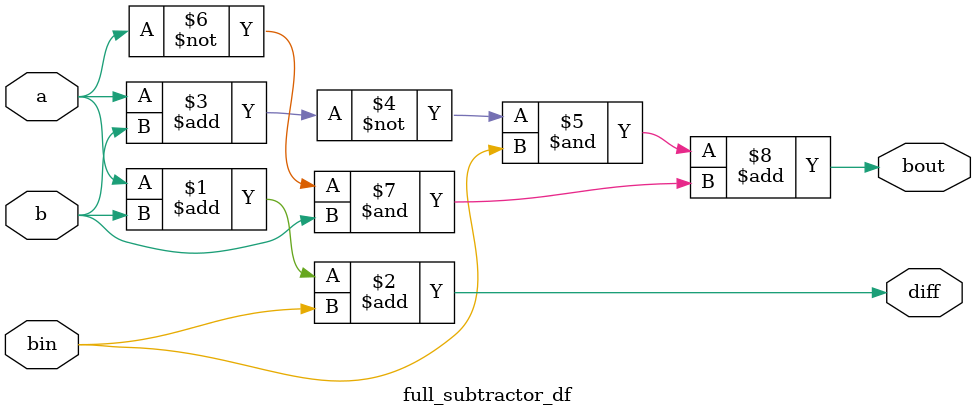
<source format=v>
`timescale 1ns / 1ps


module full_subtractor_df(
    input a,
    input b,
    input bin,
    output diff,
    output bout
    );
    assign diff = a+b+bin;
    assign bout = (~(a+b)&bin)+ (~a&b);
endmodule

</source>
